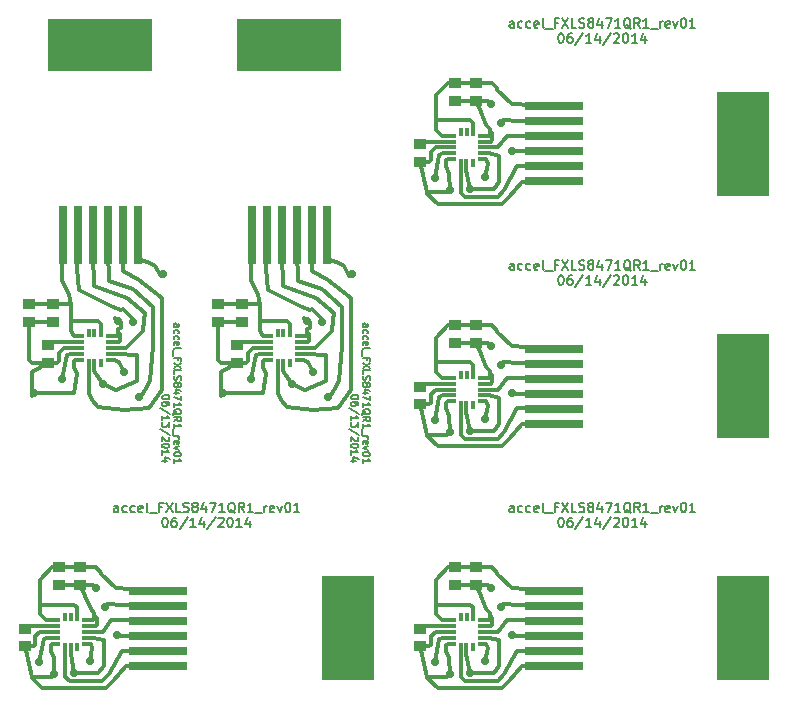
<source format=gtl>
G04 (created by PCBNEW (2013-08-24 BZR 4298)-stable) date Sat 14 Jun 2014 03:32:00 PM PDT*
%MOIN*%
G04 Gerber Fmt 3.4, Leading zero omitted, Abs format*
%FSLAX34Y34*%
G01*
G70*
G90*
G04 APERTURE LIST*
%ADD10C,0.005906*%
%ADD11R,0.031496X0.011811*%
%ADD12R,0.011811X0.031496*%
%ADD13R,0.029921X0.196850*%
%ADD14R,0.346457X0.177165*%
%ADD15R,0.039400X0.035400*%
%ADD16R,0.196850X0.029921*%
%ADD17R,0.177165X0.346457*%
%ADD18C,0.027559*%
%ADD19C,0.011811*%
G04 APERTURE END LIST*
G54D10*
X33948Y-24088D02*
X34071Y-24088D01*
X34094Y-24077D01*
X34105Y-24055D01*
X34105Y-24010D01*
X34094Y-23987D01*
X33959Y-24088D02*
X33948Y-24066D01*
X33948Y-24010D01*
X33959Y-23987D01*
X33982Y-23976D01*
X34004Y-23976D01*
X34026Y-23987D01*
X34038Y-24010D01*
X34038Y-24066D01*
X34049Y-24088D01*
X33959Y-24302D02*
X33948Y-24280D01*
X33948Y-24235D01*
X33959Y-24212D01*
X33970Y-24201D01*
X33993Y-24190D01*
X34060Y-24190D01*
X34083Y-24201D01*
X34094Y-24212D01*
X34105Y-24235D01*
X34105Y-24280D01*
X34094Y-24302D01*
X33959Y-24505D02*
X33948Y-24482D01*
X33948Y-24437D01*
X33959Y-24415D01*
X33970Y-24403D01*
X33993Y-24392D01*
X34060Y-24392D01*
X34083Y-24403D01*
X34094Y-24415D01*
X34105Y-24437D01*
X34105Y-24482D01*
X34094Y-24505D01*
X33959Y-24696D02*
X33948Y-24673D01*
X33948Y-24628D01*
X33959Y-24606D01*
X33982Y-24595D01*
X34071Y-24595D01*
X34094Y-24606D01*
X34105Y-24628D01*
X34105Y-24673D01*
X34094Y-24696D01*
X34071Y-24707D01*
X34049Y-24707D01*
X34026Y-24595D01*
X33948Y-24842D02*
X33959Y-24820D01*
X33982Y-24808D01*
X34184Y-24808D01*
X33925Y-24876D02*
X33925Y-25056D01*
X34071Y-25191D02*
X34071Y-25112D01*
X33948Y-25112D02*
X34184Y-25112D01*
X34184Y-25224D01*
X34184Y-25292D02*
X33948Y-25449D01*
X34184Y-25449D02*
X33948Y-25292D01*
X33948Y-25652D02*
X33948Y-25539D01*
X34184Y-25539D01*
X33959Y-25719D02*
X33948Y-25753D01*
X33948Y-25809D01*
X33959Y-25832D01*
X33970Y-25843D01*
X33993Y-25854D01*
X34015Y-25854D01*
X34038Y-25843D01*
X34049Y-25832D01*
X34060Y-25809D01*
X34071Y-25764D01*
X34083Y-25742D01*
X34094Y-25731D01*
X34116Y-25719D01*
X34139Y-25719D01*
X34161Y-25731D01*
X34173Y-25742D01*
X34184Y-25764D01*
X34184Y-25821D01*
X34173Y-25854D01*
X34083Y-25989D02*
X34094Y-25967D01*
X34105Y-25956D01*
X34128Y-25944D01*
X34139Y-25944D01*
X34161Y-25956D01*
X34173Y-25967D01*
X34184Y-25989D01*
X34184Y-26034D01*
X34173Y-26057D01*
X34161Y-26068D01*
X34139Y-26079D01*
X34128Y-26079D01*
X34105Y-26068D01*
X34094Y-26057D01*
X34083Y-26034D01*
X34083Y-25989D01*
X34071Y-25967D01*
X34060Y-25956D01*
X34038Y-25944D01*
X33993Y-25944D01*
X33970Y-25956D01*
X33959Y-25967D01*
X33948Y-25989D01*
X33948Y-26034D01*
X33959Y-26057D01*
X33970Y-26068D01*
X33993Y-26079D01*
X34038Y-26079D01*
X34060Y-26068D01*
X34071Y-26057D01*
X34083Y-26034D01*
X34105Y-26282D02*
X33948Y-26282D01*
X34195Y-26226D02*
X34026Y-26169D01*
X34026Y-26316D01*
X34184Y-26383D02*
X34184Y-26541D01*
X33948Y-26439D01*
X33948Y-26754D02*
X33948Y-26619D01*
X33948Y-26687D02*
X34184Y-26687D01*
X34150Y-26664D01*
X34128Y-26642D01*
X34116Y-26619D01*
X33925Y-27013D02*
X33937Y-26991D01*
X33959Y-26968D01*
X33993Y-26934D01*
X34004Y-26912D01*
X34004Y-26889D01*
X33948Y-26901D02*
X33959Y-26878D01*
X33982Y-26856D01*
X34026Y-26844D01*
X34105Y-26844D01*
X34150Y-26856D01*
X34173Y-26878D01*
X34184Y-26901D01*
X34184Y-26946D01*
X34173Y-26968D01*
X34150Y-26991D01*
X34105Y-27002D01*
X34026Y-27002D01*
X33982Y-26991D01*
X33959Y-26968D01*
X33948Y-26946D01*
X33948Y-26901D01*
X33948Y-27238D02*
X34060Y-27159D01*
X33948Y-27103D02*
X34184Y-27103D01*
X34184Y-27193D01*
X34173Y-27215D01*
X34161Y-27227D01*
X34139Y-27238D01*
X34105Y-27238D01*
X34083Y-27227D01*
X34071Y-27215D01*
X34060Y-27193D01*
X34060Y-27103D01*
X33948Y-27463D02*
X33948Y-27328D01*
X33948Y-27395D02*
X34184Y-27395D01*
X34150Y-27373D01*
X34128Y-27350D01*
X34116Y-27328D01*
X33925Y-27508D02*
X33925Y-27688D01*
X33948Y-27744D02*
X34105Y-27744D01*
X34060Y-27744D02*
X34083Y-27755D01*
X34094Y-27767D01*
X34105Y-27789D01*
X34105Y-27812D01*
X33959Y-27980D02*
X33948Y-27958D01*
X33948Y-27913D01*
X33959Y-27890D01*
X33982Y-27879D01*
X34071Y-27879D01*
X34094Y-27890D01*
X34105Y-27913D01*
X34105Y-27958D01*
X34094Y-27980D01*
X34071Y-27992D01*
X34049Y-27992D01*
X34026Y-27879D01*
X34105Y-28070D02*
X33948Y-28127D01*
X34105Y-28183D01*
X34184Y-28318D02*
X34184Y-28340D01*
X34173Y-28363D01*
X34161Y-28374D01*
X34139Y-28385D01*
X34094Y-28397D01*
X34038Y-28397D01*
X33993Y-28385D01*
X33970Y-28374D01*
X33959Y-28363D01*
X33948Y-28340D01*
X33948Y-28318D01*
X33959Y-28295D01*
X33970Y-28284D01*
X33993Y-28273D01*
X34038Y-28262D01*
X34094Y-28262D01*
X34139Y-28273D01*
X34161Y-28284D01*
X34173Y-28295D01*
X34184Y-28318D01*
X33948Y-28622D02*
X33948Y-28487D01*
X33948Y-28554D02*
X34184Y-28554D01*
X34150Y-28532D01*
X34128Y-28509D01*
X34116Y-28487D01*
X33794Y-26422D02*
X33794Y-26445D01*
X33783Y-26467D01*
X33772Y-26479D01*
X33749Y-26490D01*
X33704Y-26501D01*
X33648Y-26501D01*
X33603Y-26490D01*
X33580Y-26479D01*
X33569Y-26467D01*
X33558Y-26445D01*
X33558Y-26422D01*
X33569Y-26400D01*
X33580Y-26389D01*
X33603Y-26377D01*
X33648Y-26366D01*
X33704Y-26366D01*
X33749Y-26377D01*
X33772Y-26389D01*
X33783Y-26400D01*
X33794Y-26422D01*
X33794Y-26704D02*
X33794Y-26659D01*
X33783Y-26636D01*
X33772Y-26625D01*
X33738Y-26602D01*
X33693Y-26591D01*
X33603Y-26591D01*
X33580Y-26602D01*
X33569Y-26614D01*
X33558Y-26636D01*
X33558Y-26681D01*
X33569Y-26704D01*
X33580Y-26715D01*
X33603Y-26726D01*
X33659Y-26726D01*
X33682Y-26715D01*
X33693Y-26704D01*
X33704Y-26681D01*
X33704Y-26636D01*
X33693Y-26614D01*
X33682Y-26602D01*
X33659Y-26591D01*
X33805Y-26996D02*
X33502Y-26794D01*
X33558Y-27199D02*
X33558Y-27064D01*
X33558Y-27131D02*
X33794Y-27131D01*
X33760Y-27109D01*
X33738Y-27086D01*
X33727Y-27064D01*
X33794Y-27277D02*
X33794Y-27424D01*
X33704Y-27345D01*
X33704Y-27379D01*
X33693Y-27401D01*
X33682Y-27412D01*
X33659Y-27424D01*
X33603Y-27424D01*
X33580Y-27412D01*
X33569Y-27401D01*
X33558Y-27379D01*
X33558Y-27311D01*
X33569Y-27289D01*
X33580Y-27277D01*
X33805Y-27694D02*
X33502Y-27491D01*
X33772Y-27761D02*
X33783Y-27772D01*
X33794Y-27795D01*
X33794Y-27851D01*
X33783Y-27874D01*
X33772Y-27885D01*
X33749Y-27896D01*
X33727Y-27896D01*
X33693Y-27885D01*
X33558Y-27750D01*
X33558Y-27896D01*
X33794Y-28042D02*
X33794Y-28065D01*
X33783Y-28087D01*
X33772Y-28098D01*
X33749Y-28110D01*
X33704Y-28121D01*
X33648Y-28121D01*
X33603Y-28110D01*
X33580Y-28098D01*
X33569Y-28087D01*
X33558Y-28065D01*
X33558Y-28042D01*
X33569Y-28020D01*
X33580Y-28008D01*
X33603Y-27997D01*
X33648Y-27986D01*
X33704Y-27986D01*
X33749Y-27997D01*
X33772Y-28008D01*
X33783Y-28020D01*
X33794Y-28042D01*
X33558Y-28346D02*
X33558Y-28211D01*
X33558Y-28278D02*
X33794Y-28278D01*
X33760Y-28256D01*
X33738Y-28233D01*
X33727Y-28211D01*
X33715Y-28548D02*
X33558Y-28548D01*
X33805Y-28492D02*
X33637Y-28436D01*
X33637Y-28582D01*
X27649Y-24088D02*
X27772Y-24088D01*
X27795Y-24077D01*
X27806Y-24055D01*
X27806Y-24010D01*
X27795Y-23987D01*
X27660Y-24088D02*
X27649Y-24066D01*
X27649Y-24010D01*
X27660Y-23987D01*
X27682Y-23976D01*
X27705Y-23976D01*
X27727Y-23987D01*
X27739Y-24010D01*
X27739Y-24066D01*
X27750Y-24088D01*
X27660Y-24302D02*
X27649Y-24280D01*
X27649Y-24235D01*
X27660Y-24212D01*
X27671Y-24201D01*
X27694Y-24190D01*
X27761Y-24190D01*
X27784Y-24201D01*
X27795Y-24212D01*
X27806Y-24235D01*
X27806Y-24280D01*
X27795Y-24302D01*
X27660Y-24505D02*
X27649Y-24482D01*
X27649Y-24437D01*
X27660Y-24415D01*
X27671Y-24403D01*
X27694Y-24392D01*
X27761Y-24392D01*
X27784Y-24403D01*
X27795Y-24415D01*
X27806Y-24437D01*
X27806Y-24482D01*
X27795Y-24505D01*
X27660Y-24696D02*
X27649Y-24673D01*
X27649Y-24628D01*
X27660Y-24606D01*
X27682Y-24595D01*
X27772Y-24595D01*
X27795Y-24606D01*
X27806Y-24628D01*
X27806Y-24673D01*
X27795Y-24696D01*
X27772Y-24707D01*
X27750Y-24707D01*
X27727Y-24595D01*
X27649Y-24842D02*
X27660Y-24820D01*
X27682Y-24808D01*
X27885Y-24808D01*
X27626Y-24876D02*
X27626Y-25056D01*
X27772Y-25191D02*
X27772Y-25112D01*
X27649Y-25112D02*
X27885Y-25112D01*
X27885Y-25224D01*
X27885Y-25292D02*
X27649Y-25449D01*
X27885Y-25449D02*
X27649Y-25292D01*
X27649Y-25652D02*
X27649Y-25539D01*
X27885Y-25539D01*
X27660Y-25719D02*
X27649Y-25753D01*
X27649Y-25809D01*
X27660Y-25832D01*
X27671Y-25843D01*
X27694Y-25854D01*
X27716Y-25854D01*
X27739Y-25843D01*
X27750Y-25832D01*
X27761Y-25809D01*
X27772Y-25764D01*
X27784Y-25742D01*
X27795Y-25731D01*
X27817Y-25719D01*
X27840Y-25719D01*
X27862Y-25731D01*
X27874Y-25742D01*
X27885Y-25764D01*
X27885Y-25821D01*
X27874Y-25854D01*
X27784Y-25989D02*
X27795Y-25967D01*
X27806Y-25956D01*
X27829Y-25944D01*
X27840Y-25944D01*
X27862Y-25956D01*
X27874Y-25967D01*
X27885Y-25989D01*
X27885Y-26034D01*
X27874Y-26057D01*
X27862Y-26068D01*
X27840Y-26079D01*
X27829Y-26079D01*
X27806Y-26068D01*
X27795Y-26057D01*
X27784Y-26034D01*
X27784Y-25989D01*
X27772Y-25967D01*
X27761Y-25956D01*
X27739Y-25944D01*
X27694Y-25944D01*
X27671Y-25956D01*
X27660Y-25967D01*
X27649Y-25989D01*
X27649Y-26034D01*
X27660Y-26057D01*
X27671Y-26068D01*
X27694Y-26079D01*
X27739Y-26079D01*
X27761Y-26068D01*
X27772Y-26057D01*
X27784Y-26034D01*
X27806Y-26282D02*
X27649Y-26282D01*
X27896Y-26226D02*
X27727Y-26169D01*
X27727Y-26316D01*
X27885Y-26383D02*
X27885Y-26541D01*
X27649Y-26439D01*
X27649Y-26754D02*
X27649Y-26619D01*
X27649Y-26687D02*
X27885Y-26687D01*
X27851Y-26664D01*
X27829Y-26642D01*
X27817Y-26619D01*
X27626Y-27013D02*
X27637Y-26991D01*
X27660Y-26968D01*
X27694Y-26934D01*
X27705Y-26912D01*
X27705Y-26889D01*
X27649Y-26901D02*
X27660Y-26878D01*
X27682Y-26856D01*
X27727Y-26844D01*
X27806Y-26844D01*
X27851Y-26856D01*
X27874Y-26878D01*
X27885Y-26901D01*
X27885Y-26946D01*
X27874Y-26968D01*
X27851Y-26991D01*
X27806Y-27002D01*
X27727Y-27002D01*
X27682Y-26991D01*
X27660Y-26968D01*
X27649Y-26946D01*
X27649Y-26901D01*
X27649Y-27238D02*
X27761Y-27159D01*
X27649Y-27103D02*
X27885Y-27103D01*
X27885Y-27193D01*
X27874Y-27215D01*
X27862Y-27227D01*
X27840Y-27238D01*
X27806Y-27238D01*
X27784Y-27227D01*
X27772Y-27215D01*
X27761Y-27193D01*
X27761Y-27103D01*
X27649Y-27463D02*
X27649Y-27328D01*
X27649Y-27395D02*
X27885Y-27395D01*
X27851Y-27373D01*
X27829Y-27350D01*
X27817Y-27328D01*
X27626Y-27508D02*
X27626Y-27688D01*
X27649Y-27744D02*
X27806Y-27744D01*
X27761Y-27744D02*
X27784Y-27755D01*
X27795Y-27767D01*
X27806Y-27789D01*
X27806Y-27812D01*
X27660Y-27980D02*
X27649Y-27958D01*
X27649Y-27913D01*
X27660Y-27890D01*
X27682Y-27879D01*
X27772Y-27879D01*
X27795Y-27890D01*
X27806Y-27913D01*
X27806Y-27958D01*
X27795Y-27980D01*
X27772Y-27992D01*
X27750Y-27992D01*
X27727Y-27879D01*
X27806Y-28070D02*
X27649Y-28127D01*
X27806Y-28183D01*
X27885Y-28318D02*
X27885Y-28340D01*
X27874Y-28363D01*
X27862Y-28374D01*
X27840Y-28385D01*
X27795Y-28397D01*
X27739Y-28397D01*
X27694Y-28385D01*
X27671Y-28374D01*
X27660Y-28363D01*
X27649Y-28340D01*
X27649Y-28318D01*
X27660Y-28295D01*
X27671Y-28284D01*
X27694Y-28273D01*
X27739Y-28262D01*
X27795Y-28262D01*
X27840Y-28273D01*
X27862Y-28284D01*
X27874Y-28295D01*
X27885Y-28318D01*
X27649Y-28622D02*
X27649Y-28487D01*
X27649Y-28554D02*
X27885Y-28554D01*
X27851Y-28532D01*
X27829Y-28509D01*
X27817Y-28487D01*
X27495Y-26422D02*
X27495Y-26445D01*
X27484Y-26467D01*
X27473Y-26479D01*
X27450Y-26490D01*
X27405Y-26501D01*
X27349Y-26501D01*
X27304Y-26490D01*
X27281Y-26479D01*
X27270Y-26467D01*
X27259Y-26445D01*
X27259Y-26422D01*
X27270Y-26400D01*
X27281Y-26389D01*
X27304Y-26377D01*
X27349Y-26366D01*
X27405Y-26366D01*
X27450Y-26377D01*
X27473Y-26389D01*
X27484Y-26400D01*
X27495Y-26422D01*
X27495Y-26704D02*
X27495Y-26659D01*
X27484Y-26636D01*
X27473Y-26625D01*
X27439Y-26602D01*
X27394Y-26591D01*
X27304Y-26591D01*
X27281Y-26602D01*
X27270Y-26614D01*
X27259Y-26636D01*
X27259Y-26681D01*
X27270Y-26704D01*
X27281Y-26715D01*
X27304Y-26726D01*
X27360Y-26726D01*
X27383Y-26715D01*
X27394Y-26704D01*
X27405Y-26681D01*
X27405Y-26636D01*
X27394Y-26614D01*
X27383Y-26602D01*
X27360Y-26591D01*
X27506Y-26996D02*
X27203Y-26794D01*
X27259Y-27199D02*
X27259Y-27064D01*
X27259Y-27131D02*
X27495Y-27131D01*
X27461Y-27109D01*
X27439Y-27086D01*
X27428Y-27064D01*
X27495Y-27277D02*
X27495Y-27424D01*
X27405Y-27345D01*
X27405Y-27379D01*
X27394Y-27401D01*
X27383Y-27412D01*
X27360Y-27424D01*
X27304Y-27424D01*
X27281Y-27412D01*
X27270Y-27401D01*
X27259Y-27379D01*
X27259Y-27311D01*
X27270Y-27289D01*
X27281Y-27277D01*
X27506Y-27694D02*
X27203Y-27491D01*
X27473Y-27761D02*
X27484Y-27772D01*
X27495Y-27795D01*
X27495Y-27851D01*
X27484Y-27874D01*
X27473Y-27885D01*
X27450Y-27896D01*
X27428Y-27896D01*
X27394Y-27885D01*
X27259Y-27750D01*
X27259Y-27896D01*
X27495Y-28042D02*
X27495Y-28065D01*
X27484Y-28087D01*
X27473Y-28098D01*
X27450Y-28110D01*
X27405Y-28121D01*
X27349Y-28121D01*
X27304Y-28110D01*
X27281Y-28098D01*
X27270Y-28087D01*
X27259Y-28065D01*
X27259Y-28042D01*
X27270Y-28020D01*
X27281Y-28008D01*
X27304Y-27997D01*
X27349Y-27986D01*
X27405Y-27986D01*
X27450Y-27997D01*
X27473Y-28008D01*
X27484Y-28020D01*
X27495Y-28042D01*
X27259Y-28346D02*
X27259Y-28211D01*
X27259Y-28278D02*
X27495Y-28278D01*
X27461Y-28256D01*
X27439Y-28233D01*
X27428Y-28211D01*
X27416Y-28548D02*
X27259Y-28548D01*
X27506Y-28492D02*
X27338Y-28436D01*
X27338Y-28582D01*
X25793Y-30260D02*
X25793Y-30095D01*
X25778Y-30065D01*
X25748Y-30050D01*
X25688Y-30050D01*
X25658Y-30065D01*
X25793Y-30245D02*
X25763Y-30260D01*
X25688Y-30260D01*
X25658Y-30245D01*
X25643Y-30215D01*
X25643Y-30185D01*
X25658Y-30155D01*
X25688Y-30140D01*
X25763Y-30140D01*
X25793Y-30125D01*
X26077Y-30245D02*
X26047Y-30260D01*
X25988Y-30260D01*
X25958Y-30245D01*
X25943Y-30230D01*
X25928Y-30200D01*
X25928Y-30110D01*
X25943Y-30080D01*
X25958Y-30065D01*
X25988Y-30050D01*
X26047Y-30050D01*
X26077Y-30065D01*
X26347Y-30245D02*
X26317Y-30260D01*
X26257Y-30260D01*
X26227Y-30245D01*
X26212Y-30230D01*
X26197Y-30200D01*
X26197Y-30110D01*
X26212Y-30080D01*
X26227Y-30065D01*
X26257Y-30050D01*
X26317Y-30050D01*
X26347Y-30065D01*
X26602Y-30245D02*
X26572Y-30260D01*
X26512Y-30260D01*
X26482Y-30245D01*
X26467Y-30215D01*
X26467Y-30095D01*
X26482Y-30065D01*
X26512Y-30050D01*
X26572Y-30050D01*
X26602Y-30065D01*
X26617Y-30095D01*
X26617Y-30125D01*
X26467Y-30155D01*
X26797Y-30260D02*
X26767Y-30245D01*
X26752Y-30215D01*
X26752Y-29945D01*
X26842Y-30290D02*
X27082Y-30290D01*
X27262Y-30095D02*
X27157Y-30095D01*
X27157Y-30260D02*
X27157Y-29945D01*
X27307Y-29945D01*
X27397Y-29945D02*
X27607Y-30260D01*
X27607Y-29945D02*
X27397Y-30260D01*
X27877Y-30260D02*
X27727Y-30260D01*
X27727Y-29945D01*
X27967Y-30245D02*
X28012Y-30260D01*
X28087Y-30260D01*
X28117Y-30245D01*
X28132Y-30230D01*
X28147Y-30200D01*
X28147Y-30170D01*
X28132Y-30140D01*
X28117Y-30125D01*
X28087Y-30110D01*
X28027Y-30095D01*
X27997Y-30080D01*
X27982Y-30065D01*
X27967Y-30035D01*
X27967Y-30005D01*
X27982Y-29975D01*
X27997Y-29960D01*
X28027Y-29945D01*
X28102Y-29945D01*
X28147Y-29960D01*
X28327Y-30080D02*
X28297Y-30065D01*
X28282Y-30050D01*
X28267Y-30020D01*
X28267Y-30005D01*
X28282Y-29975D01*
X28297Y-29960D01*
X28327Y-29945D01*
X28387Y-29945D01*
X28417Y-29960D01*
X28432Y-29975D01*
X28447Y-30005D01*
X28447Y-30020D01*
X28432Y-30050D01*
X28417Y-30065D01*
X28387Y-30080D01*
X28327Y-30080D01*
X28297Y-30095D01*
X28282Y-30110D01*
X28267Y-30140D01*
X28267Y-30200D01*
X28282Y-30230D01*
X28297Y-30245D01*
X28327Y-30260D01*
X28387Y-30260D01*
X28417Y-30245D01*
X28432Y-30230D01*
X28447Y-30200D01*
X28447Y-30140D01*
X28432Y-30110D01*
X28417Y-30095D01*
X28387Y-30080D01*
X28717Y-30050D02*
X28717Y-30260D01*
X28642Y-29930D02*
X28567Y-30155D01*
X28762Y-30155D01*
X28852Y-29945D02*
X29062Y-29945D01*
X28927Y-30260D01*
X29347Y-30260D02*
X29167Y-30260D01*
X29257Y-30260D02*
X29257Y-29945D01*
X29227Y-29990D01*
X29197Y-30020D01*
X29167Y-30035D01*
X29692Y-30290D02*
X29662Y-30275D01*
X29632Y-30245D01*
X29587Y-30200D01*
X29557Y-30185D01*
X29527Y-30185D01*
X29542Y-30260D02*
X29512Y-30245D01*
X29482Y-30215D01*
X29467Y-30155D01*
X29467Y-30050D01*
X29482Y-29990D01*
X29512Y-29960D01*
X29542Y-29945D01*
X29602Y-29945D01*
X29632Y-29960D01*
X29662Y-29990D01*
X29677Y-30050D01*
X29677Y-30155D01*
X29662Y-30215D01*
X29632Y-30245D01*
X29602Y-30260D01*
X29542Y-30260D01*
X29992Y-30260D02*
X29887Y-30110D01*
X29812Y-30260D02*
X29812Y-29945D01*
X29932Y-29945D01*
X29962Y-29960D01*
X29977Y-29975D01*
X29992Y-30005D01*
X29992Y-30050D01*
X29977Y-30080D01*
X29962Y-30095D01*
X29932Y-30110D01*
X29812Y-30110D01*
X30292Y-30260D02*
X30112Y-30260D01*
X30202Y-30260D02*
X30202Y-29945D01*
X30172Y-29990D01*
X30142Y-30020D01*
X30112Y-30035D01*
X30352Y-30290D02*
X30592Y-30290D01*
X30667Y-30260D02*
X30667Y-30050D01*
X30667Y-30110D02*
X30682Y-30080D01*
X30697Y-30065D01*
X30727Y-30050D01*
X30757Y-30050D01*
X30982Y-30245D02*
X30952Y-30260D01*
X30892Y-30260D01*
X30862Y-30245D01*
X30847Y-30215D01*
X30847Y-30095D01*
X30862Y-30065D01*
X30892Y-30050D01*
X30952Y-30050D01*
X30982Y-30065D01*
X30997Y-30095D01*
X30997Y-30125D01*
X30847Y-30155D01*
X31102Y-30050D02*
X31177Y-30260D01*
X31252Y-30050D01*
X31432Y-29945D02*
X31462Y-29945D01*
X31492Y-29960D01*
X31507Y-29975D01*
X31522Y-30005D01*
X31537Y-30065D01*
X31537Y-30140D01*
X31522Y-30200D01*
X31507Y-30230D01*
X31492Y-30245D01*
X31462Y-30260D01*
X31432Y-30260D01*
X31402Y-30245D01*
X31387Y-30230D01*
X31372Y-30200D01*
X31357Y-30140D01*
X31357Y-30065D01*
X31372Y-30005D01*
X31387Y-29975D01*
X31402Y-29960D01*
X31432Y-29945D01*
X31837Y-30260D02*
X31657Y-30260D01*
X31747Y-30260D02*
X31747Y-29945D01*
X31717Y-29990D01*
X31687Y-30020D01*
X31657Y-30035D01*
X27345Y-30445D02*
X27375Y-30445D01*
X27405Y-30460D01*
X27420Y-30475D01*
X27435Y-30505D01*
X27450Y-30565D01*
X27450Y-30640D01*
X27435Y-30700D01*
X27420Y-30730D01*
X27405Y-30745D01*
X27375Y-30760D01*
X27345Y-30760D01*
X27315Y-30745D01*
X27300Y-30730D01*
X27285Y-30700D01*
X27270Y-30640D01*
X27270Y-30565D01*
X27285Y-30505D01*
X27300Y-30475D01*
X27315Y-30460D01*
X27345Y-30445D01*
X27720Y-30445D02*
X27660Y-30445D01*
X27630Y-30460D01*
X27615Y-30475D01*
X27585Y-30520D01*
X27570Y-30580D01*
X27570Y-30700D01*
X27585Y-30730D01*
X27600Y-30745D01*
X27630Y-30760D01*
X27690Y-30760D01*
X27720Y-30745D01*
X27735Y-30730D01*
X27750Y-30700D01*
X27750Y-30625D01*
X27735Y-30595D01*
X27720Y-30580D01*
X27690Y-30565D01*
X27630Y-30565D01*
X27600Y-30580D01*
X27585Y-30595D01*
X27570Y-30625D01*
X28110Y-30430D02*
X27840Y-30835D01*
X28380Y-30760D02*
X28200Y-30760D01*
X28290Y-30760D02*
X28290Y-30445D01*
X28260Y-30490D01*
X28230Y-30520D01*
X28200Y-30535D01*
X28650Y-30550D02*
X28650Y-30760D01*
X28575Y-30430D02*
X28500Y-30655D01*
X28695Y-30655D01*
X29040Y-30430D02*
X28770Y-30835D01*
X29130Y-30475D02*
X29145Y-30460D01*
X29175Y-30445D01*
X29250Y-30445D01*
X29280Y-30460D01*
X29295Y-30475D01*
X29310Y-30505D01*
X29310Y-30535D01*
X29295Y-30580D01*
X29115Y-30760D01*
X29310Y-30760D01*
X29505Y-30445D02*
X29535Y-30445D01*
X29565Y-30460D01*
X29580Y-30475D01*
X29595Y-30505D01*
X29610Y-30565D01*
X29610Y-30640D01*
X29595Y-30700D01*
X29580Y-30730D01*
X29565Y-30745D01*
X29535Y-30760D01*
X29505Y-30760D01*
X29475Y-30745D01*
X29460Y-30730D01*
X29445Y-30700D01*
X29430Y-30640D01*
X29430Y-30565D01*
X29445Y-30505D01*
X29460Y-30475D01*
X29475Y-30460D01*
X29505Y-30445D01*
X29910Y-30760D02*
X29730Y-30760D01*
X29820Y-30760D02*
X29820Y-30445D01*
X29790Y-30490D01*
X29760Y-30520D01*
X29730Y-30535D01*
X30179Y-30550D02*
X30179Y-30760D01*
X30104Y-30430D02*
X30029Y-30655D01*
X30224Y-30655D01*
X38982Y-30260D02*
X38982Y-30095D01*
X38967Y-30065D01*
X38937Y-30050D01*
X38877Y-30050D01*
X38847Y-30065D01*
X38982Y-30245D02*
X38952Y-30260D01*
X38877Y-30260D01*
X38847Y-30245D01*
X38832Y-30215D01*
X38832Y-30185D01*
X38847Y-30155D01*
X38877Y-30140D01*
X38952Y-30140D01*
X38982Y-30125D01*
X39266Y-30245D02*
X39236Y-30260D01*
X39176Y-30260D01*
X39146Y-30245D01*
X39131Y-30230D01*
X39116Y-30200D01*
X39116Y-30110D01*
X39131Y-30080D01*
X39146Y-30065D01*
X39176Y-30050D01*
X39236Y-30050D01*
X39266Y-30065D01*
X39536Y-30245D02*
X39506Y-30260D01*
X39446Y-30260D01*
X39416Y-30245D01*
X39401Y-30230D01*
X39386Y-30200D01*
X39386Y-30110D01*
X39401Y-30080D01*
X39416Y-30065D01*
X39446Y-30050D01*
X39506Y-30050D01*
X39536Y-30065D01*
X39791Y-30245D02*
X39761Y-30260D01*
X39701Y-30260D01*
X39671Y-30245D01*
X39656Y-30215D01*
X39656Y-30095D01*
X39671Y-30065D01*
X39701Y-30050D01*
X39761Y-30050D01*
X39791Y-30065D01*
X39806Y-30095D01*
X39806Y-30125D01*
X39656Y-30155D01*
X39986Y-30260D02*
X39956Y-30245D01*
X39941Y-30215D01*
X39941Y-29945D01*
X40031Y-30290D02*
X40271Y-30290D01*
X40451Y-30095D02*
X40346Y-30095D01*
X40346Y-30260D02*
X40346Y-29945D01*
X40496Y-29945D01*
X40586Y-29945D02*
X40796Y-30260D01*
X40796Y-29945D02*
X40586Y-30260D01*
X41066Y-30260D02*
X40916Y-30260D01*
X40916Y-29945D01*
X41156Y-30245D02*
X41201Y-30260D01*
X41276Y-30260D01*
X41306Y-30245D01*
X41321Y-30230D01*
X41336Y-30200D01*
X41336Y-30170D01*
X41321Y-30140D01*
X41306Y-30125D01*
X41276Y-30110D01*
X41216Y-30095D01*
X41186Y-30080D01*
X41171Y-30065D01*
X41156Y-30035D01*
X41156Y-30005D01*
X41171Y-29975D01*
X41186Y-29960D01*
X41216Y-29945D01*
X41291Y-29945D01*
X41336Y-29960D01*
X41516Y-30080D02*
X41486Y-30065D01*
X41471Y-30050D01*
X41456Y-30020D01*
X41456Y-30005D01*
X41471Y-29975D01*
X41486Y-29960D01*
X41516Y-29945D01*
X41576Y-29945D01*
X41606Y-29960D01*
X41621Y-29975D01*
X41636Y-30005D01*
X41636Y-30020D01*
X41621Y-30050D01*
X41606Y-30065D01*
X41576Y-30080D01*
X41516Y-30080D01*
X41486Y-30095D01*
X41471Y-30110D01*
X41456Y-30140D01*
X41456Y-30200D01*
X41471Y-30230D01*
X41486Y-30245D01*
X41516Y-30260D01*
X41576Y-30260D01*
X41606Y-30245D01*
X41621Y-30230D01*
X41636Y-30200D01*
X41636Y-30140D01*
X41621Y-30110D01*
X41606Y-30095D01*
X41576Y-30080D01*
X41906Y-30050D02*
X41906Y-30260D01*
X41831Y-29930D02*
X41756Y-30155D01*
X41951Y-30155D01*
X42041Y-29945D02*
X42251Y-29945D01*
X42116Y-30260D01*
X42536Y-30260D02*
X42356Y-30260D01*
X42446Y-30260D02*
X42446Y-29945D01*
X42416Y-29990D01*
X42386Y-30020D01*
X42356Y-30035D01*
X42881Y-30290D02*
X42851Y-30275D01*
X42821Y-30245D01*
X42776Y-30200D01*
X42746Y-30185D01*
X42716Y-30185D01*
X42731Y-30260D02*
X42701Y-30245D01*
X42671Y-30215D01*
X42656Y-30155D01*
X42656Y-30050D01*
X42671Y-29990D01*
X42701Y-29960D01*
X42731Y-29945D01*
X42791Y-29945D01*
X42821Y-29960D01*
X42851Y-29990D01*
X42866Y-30050D01*
X42866Y-30155D01*
X42851Y-30215D01*
X42821Y-30245D01*
X42791Y-30260D01*
X42731Y-30260D01*
X43181Y-30260D02*
X43076Y-30110D01*
X43001Y-30260D02*
X43001Y-29945D01*
X43121Y-29945D01*
X43151Y-29960D01*
X43166Y-29975D01*
X43181Y-30005D01*
X43181Y-30050D01*
X43166Y-30080D01*
X43151Y-30095D01*
X43121Y-30110D01*
X43001Y-30110D01*
X43481Y-30260D02*
X43301Y-30260D01*
X43391Y-30260D02*
X43391Y-29945D01*
X43361Y-29990D01*
X43331Y-30020D01*
X43301Y-30035D01*
X43541Y-30290D02*
X43781Y-30290D01*
X43856Y-30260D02*
X43856Y-30050D01*
X43856Y-30110D02*
X43871Y-30080D01*
X43886Y-30065D01*
X43916Y-30050D01*
X43946Y-30050D01*
X44171Y-30245D02*
X44141Y-30260D01*
X44081Y-30260D01*
X44051Y-30245D01*
X44036Y-30215D01*
X44036Y-30095D01*
X44051Y-30065D01*
X44081Y-30050D01*
X44141Y-30050D01*
X44171Y-30065D01*
X44186Y-30095D01*
X44186Y-30125D01*
X44036Y-30155D01*
X44291Y-30050D02*
X44366Y-30260D01*
X44441Y-30050D01*
X44621Y-29945D02*
X44651Y-29945D01*
X44681Y-29960D01*
X44696Y-29975D01*
X44711Y-30005D01*
X44726Y-30065D01*
X44726Y-30140D01*
X44711Y-30200D01*
X44696Y-30230D01*
X44681Y-30245D01*
X44651Y-30260D01*
X44621Y-30260D01*
X44591Y-30245D01*
X44576Y-30230D01*
X44561Y-30200D01*
X44546Y-30140D01*
X44546Y-30065D01*
X44561Y-30005D01*
X44576Y-29975D01*
X44591Y-29960D01*
X44621Y-29945D01*
X45026Y-30260D02*
X44846Y-30260D01*
X44936Y-30260D02*
X44936Y-29945D01*
X44906Y-29990D01*
X44876Y-30020D01*
X44846Y-30035D01*
X40534Y-30445D02*
X40564Y-30445D01*
X40594Y-30460D01*
X40609Y-30475D01*
X40624Y-30505D01*
X40639Y-30565D01*
X40639Y-30640D01*
X40624Y-30700D01*
X40609Y-30730D01*
X40594Y-30745D01*
X40564Y-30760D01*
X40534Y-30760D01*
X40504Y-30745D01*
X40489Y-30730D01*
X40474Y-30700D01*
X40459Y-30640D01*
X40459Y-30565D01*
X40474Y-30505D01*
X40489Y-30475D01*
X40504Y-30460D01*
X40534Y-30445D01*
X40909Y-30445D02*
X40849Y-30445D01*
X40819Y-30460D01*
X40804Y-30475D01*
X40774Y-30520D01*
X40759Y-30580D01*
X40759Y-30700D01*
X40774Y-30730D01*
X40789Y-30745D01*
X40819Y-30760D01*
X40879Y-30760D01*
X40909Y-30745D01*
X40924Y-30730D01*
X40939Y-30700D01*
X40939Y-30625D01*
X40924Y-30595D01*
X40909Y-30580D01*
X40879Y-30565D01*
X40819Y-30565D01*
X40789Y-30580D01*
X40774Y-30595D01*
X40759Y-30625D01*
X41299Y-30430D02*
X41029Y-30835D01*
X41569Y-30760D02*
X41389Y-30760D01*
X41479Y-30760D02*
X41479Y-30445D01*
X41449Y-30490D01*
X41419Y-30520D01*
X41389Y-30535D01*
X41839Y-30550D02*
X41839Y-30760D01*
X41764Y-30430D02*
X41689Y-30655D01*
X41884Y-30655D01*
X42229Y-30430D02*
X41959Y-30835D01*
X42319Y-30475D02*
X42334Y-30460D01*
X42364Y-30445D01*
X42439Y-30445D01*
X42469Y-30460D01*
X42484Y-30475D01*
X42499Y-30505D01*
X42499Y-30535D01*
X42484Y-30580D01*
X42304Y-30760D01*
X42499Y-30760D01*
X42694Y-30445D02*
X42724Y-30445D01*
X42754Y-30460D01*
X42769Y-30475D01*
X42784Y-30505D01*
X42799Y-30565D01*
X42799Y-30640D01*
X42784Y-30700D01*
X42769Y-30730D01*
X42754Y-30745D01*
X42724Y-30760D01*
X42694Y-30760D01*
X42664Y-30745D01*
X42649Y-30730D01*
X42634Y-30700D01*
X42619Y-30640D01*
X42619Y-30565D01*
X42634Y-30505D01*
X42649Y-30475D01*
X42664Y-30460D01*
X42694Y-30445D01*
X43098Y-30760D02*
X42919Y-30760D01*
X43008Y-30760D02*
X43008Y-30445D01*
X42979Y-30490D01*
X42949Y-30520D01*
X42919Y-30535D01*
X43368Y-30550D02*
X43368Y-30760D01*
X43293Y-30430D02*
X43218Y-30655D01*
X43413Y-30655D01*
X38982Y-22189D02*
X38982Y-22024D01*
X38967Y-21994D01*
X38937Y-21979D01*
X38877Y-21979D01*
X38847Y-21994D01*
X38982Y-22174D02*
X38952Y-22189D01*
X38877Y-22189D01*
X38847Y-22174D01*
X38832Y-22144D01*
X38832Y-22114D01*
X38847Y-22084D01*
X38877Y-22069D01*
X38952Y-22069D01*
X38982Y-22054D01*
X39266Y-22174D02*
X39236Y-22189D01*
X39176Y-22189D01*
X39146Y-22174D01*
X39131Y-22159D01*
X39116Y-22129D01*
X39116Y-22039D01*
X39131Y-22009D01*
X39146Y-21994D01*
X39176Y-21979D01*
X39236Y-21979D01*
X39266Y-21994D01*
X39536Y-22174D02*
X39506Y-22189D01*
X39446Y-22189D01*
X39416Y-22174D01*
X39401Y-22159D01*
X39386Y-22129D01*
X39386Y-22039D01*
X39401Y-22009D01*
X39416Y-21994D01*
X39446Y-21979D01*
X39506Y-21979D01*
X39536Y-21994D01*
X39791Y-22174D02*
X39761Y-22189D01*
X39701Y-22189D01*
X39671Y-22174D01*
X39656Y-22144D01*
X39656Y-22024D01*
X39671Y-21994D01*
X39701Y-21979D01*
X39761Y-21979D01*
X39791Y-21994D01*
X39806Y-22024D01*
X39806Y-22054D01*
X39656Y-22084D01*
X39986Y-22189D02*
X39956Y-22174D01*
X39941Y-22144D01*
X39941Y-21874D01*
X40031Y-22219D02*
X40271Y-22219D01*
X40451Y-22024D02*
X40346Y-22024D01*
X40346Y-22189D02*
X40346Y-21874D01*
X40496Y-21874D01*
X40586Y-21874D02*
X40796Y-22189D01*
X40796Y-21874D02*
X40586Y-22189D01*
X41066Y-22189D02*
X40916Y-22189D01*
X40916Y-21874D01*
X41156Y-22174D02*
X41201Y-22189D01*
X41276Y-22189D01*
X41306Y-22174D01*
X41321Y-22159D01*
X41336Y-22129D01*
X41336Y-22099D01*
X41321Y-22069D01*
X41306Y-22054D01*
X41276Y-22039D01*
X41216Y-22024D01*
X41186Y-22009D01*
X41171Y-21994D01*
X41156Y-21964D01*
X41156Y-21934D01*
X41171Y-21904D01*
X41186Y-21889D01*
X41216Y-21874D01*
X41291Y-21874D01*
X41336Y-21889D01*
X41516Y-22009D02*
X41486Y-21994D01*
X41471Y-21979D01*
X41456Y-21949D01*
X41456Y-21934D01*
X41471Y-21904D01*
X41486Y-21889D01*
X41516Y-21874D01*
X41576Y-21874D01*
X41606Y-21889D01*
X41621Y-21904D01*
X41636Y-21934D01*
X41636Y-21949D01*
X41621Y-21979D01*
X41606Y-21994D01*
X41576Y-22009D01*
X41516Y-22009D01*
X41486Y-22024D01*
X41471Y-22039D01*
X41456Y-22069D01*
X41456Y-22129D01*
X41471Y-22159D01*
X41486Y-22174D01*
X41516Y-22189D01*
X41576Y-22189D01*
X41606Y-22174D01*
X41621Y-22159D01*
X41636Y-22129D01*
X41636Y-22069D01*
X41621Y-22039D01*
X41606Y-22024D01*
X41576Y-22009D01*
X41906Y-21979D02*
X41906Y-22189D01*
X41831Y-21859D02*
X41756Y-22084D01*
X41951Y-22084D01*
X42041Y-21874D02*
X42251Y-21874D01*
X42116Y-22189D01*
X42536Y-22189D02*
X42356Y-22189D01*
X42446Y-22189D02*
X42446Y-21874D01*
X42416Y-21919D01*
X42386Y-21949D01*
X42356Y-21964D01*
X42881Y-22219D02*
X42851Y-22204D01*
X42821Y-22174D01*
X42776Y-22129D01*
X42746Y-22114D01*
X42716Y-22114D01*
X42731Y-22189D02*
X42701Y-22174D01*
X42671Y-22144D01*
X42656Y-22084D01*
X42656Y-21979D01*
X42671Y-21919D01*
X42701Y-21889D01*
X42731Y-21874D01*
X42791Y-21874D01*
X42821Y-21889D01*
X42851Y-21919D01*
X42866Y-21979D01*
X42866Y-22084D01*
X42851Y-22144D01*
X42821Y-22174D01*
X42791Y-22189D01*
X42731Y-22189D01*
X43181Y-22189D02*
X43076Y-22039D01*
X43001Y-22189D02*
X43001Y-21874D01*
X43121Y-21874D01*
X43151Y-21889D01*
X43166Y-21904D01*
X43181Y-21934D01*
X43181Y-21979D01*
X43166Y-22009D01*
X43151Y-22024D01*
X43121Y-22039D01*
X43001Y-22039D01*
X43481Y-22189D02*
X43301Y-22189D01*
X43391Y-22189D02*
X43391Y-21874D01*
X43361Y-21919D01*
X43331Y-21949D01*
X43301Y-21964D01*
X43541Y-22219D02*
X43781Y-22219D01*
X43856Y-22189D02*
X43856Y-21979D01*
X43856Y-22039D02*
X43871Y-22009D01*
X43886Y-21994D01*
X43916Y-21979D01*
X43946Y-21979D01*
X44171Y-22174D02*
X44141Y-22189D01*
X44081Y-22189D01*
X44051Y-22174D01*
X44036Y-22144D01*
X44036Y-22024D01*
X44051Y-21994D01*
X44081Y-21979D01*
X44141Y-21979D01*
X44171Y-21994D01*
X44186Y-22024D01*
X44186Y-22054D01*
X44036Y-22084D01*
X44291Y-21979D02*
X44366Y-22189D01*
X44441Y-21979D01*
X44621Y-21874D02*
X44651Y-21874D01*
X44681Y-21889D01*
X44696Y-21904D01*
X44711Y-21934D01*
X44726Y-21994D01*
X44726Y-22069D01*
X44711Y-22129D01*
X44696Y-22159D01*
X44681Y-22174D01*
X44651Y-22189D01*
X44621Y-22189D01*
X44591Y-22174D01*
X44576Y-22159D01*
X44561Y-22129D01*
X44546Y-22069D01*
X44546Y-21994D01*
X44561Y-21934D01*
X44576Y-21904D01*
X44591Y-21889D01*
X44621Y-21874D01*
X45026Y-22189D02*
X44846Y-22189D01*
X44936Y-22189D02*
X44936Y-21874D01*
X44906Y-21919D01*
X44876Y-21949D01*
X44846Y-21964D01*
X40534Y-22374D02*
X40564Y-22374D01*
X40594Y-22389D01*
X40609Y-22404D01*
X40624Y-22434D01*
X40639Y-22494D01*
X40639Y-22569D01*
X40624Y-22629D01*
X40609Y-22659D01*
X40594Y-22674D01*
X40564Y-22689D01*
X40534Y-22689D01*
X40504Y-22674D01*
X40489Y-22659D01*
X40474Y-22629D01*
X40459Y-22569D01*
X40459Y-22494D01*
X40474Y-22434D01*
X40489Y-22404D01*
X40504Y-22389D01*
X40534Y-22374D01*
X40909Y-22374D02*
X40849Y-22374D01*
X40819Y-22389D01*
X40804Y-22404D01*
X40774Y-22449D01*
X40759Y-22509D01*
X40759Y-22629D01*
X40774Y-22659D01*
X40789Y-22674D01*
X40819Y-22689D01*
X40879Y-22689D01*
X40909Y-22674D01*
X40924Y-22659D01*
X40939Y-22629D01*
X40939Y-22554D01*
X40924Y-22524D01*
X40909Y-22509D01*
X40879Y-22494D01*
X40819Y-22494D01*
X40789Y-22509D01*
X40774Y-22524D01*
X40759Y-22554D01*
X41299Y-22359D02*
X41029Y-22764D01*
X41569Y-22689D02*
X41389Y-22689D01*
X41479Y-22689D02*
X41479Y-22374D01*
X41449Y-22419D01*
X41419Y-22449D01*
X41389Y-22464D01*
X41839Y-22479D02*
X41839Y-22689D01*
X41764Y-22359D02*
X41689Y-22584D01*
X41884Y-22584D01*
X42229Y-22359D02*
X41959Y-22764D01*
X42319Y-22404D02*
X42334Y-22389D01*
X42364Y-22374D01*
X42439Y-22374D01*
X42469Y-22389D01*
X42484Y-22404D01*
X42499Y-22434D01*
X42499Y-22464D01*
X42484Y-22509D01*
X42304Y-22689D01*
X42499Y-22689D01*
X42694Y-22374D02*
X42724Y-22374D01*
X42754Y-22389D01*
X42769Y-22404D01*
X42784Y-22434D01*
X42799Y-22494D01*
X42799Y-22569D01*
X42784Y-22629D01*
X42769Y-22659D01*
X42754Y-22674D01*
X42724Y-22689D01*
X42694Y-22689D01*
X42664Y-22674D01*
X42649Y-22659D01*
X42634Y-22629D01*
X42619Y-22569D01*
X42619Y-22494D01*
X42634Y-22434D01*
X42649Y-22404D01*
X42664Y-22389D01*
X42694Y-22374D01*
X43098Y-22689D02*
X42919Y-22689D01*
X43008Y-22689D02*
X43008Y-22374D01*
X42979Y-22419D01*
X42949Y-22449D01*
X42919Y-22464D01*
X43368Y-22479D02*
X43368Y-22689D01*
X43293Y-22359D02*
X43218Y-22584D01*
X43413Y-22584D01*
X38982Y-14118D02*
X38982Y-13953D01*
X38967Y-13923D01*
X38937Y-13908D01*
X38877Y-13908D01*
X38847Y-13923D01*
X38982Y-14103D02*
X38952Y-14118D01*
X38877Y-14118D01*
X38847Y-14103D01*
X38832Y-14073D01*
X38832Y-14043D01*
X38847Y-14013D01*
X38877Y-13998D01*
X38952Y-13998D01*
X38982Y-13983D01*
X39266Y-14103D02*
X39236Y-14118D01*
X39176Y-14118D01*
X39146Y-14103D01*
X39131Y-14088D01*
X39116Y-14058D01*
X39116Y-13968D01*
X39131Y-13938D01*
X39146Y-13923D01*
X39176Y-13908D01*
X39236Y-13908D01*
X39266Y-13923D01*
X39536Y-14103D02*
X39506Y-14118D01*
X39446Y-14118D01*
X39416Y-14103D01*
X39401Y-14088D01*
X39386Y-14058D01*
X39386Y-13968D01*
X39401Y-13938D01*
X39416Y-13923D01*
X39446Y-13908D01*
X39506Y-13908D01*
X39536Y-13923D01*
X39791Y-14103D02*
X39761Y-14118D01*
X39701Y-14118D01*
X39671Y-14103D01*
X39656Y-14073D01*
X39656Y-13953D01*
X39671Y-13923D01*
X39701Y-13908D01*
X39761Y-13908D01*
X39791Y-13923D01*
X39806Y-13953D01*
X39806Y-13983D01*
X39656Y-14013D01*
X39986Y-14118D02*
X39956Y-14103D01*
X39941Y-14073D01*
X39941Y-13803D01*
X40031Y-14148D02*
X40271Y-14148D01*
X40451Y-13953D02*
X40346Y-13953D01*
X40346Y-14118D02*
X40346Y-13803D01*
X40496Y-13803D01*
X40586Y-13803D02*
X40796Y-14118D01*
X40796Y-13803D02*
X40586Y-14118D01*
X41066Y-14118D02*
X40916Y-14118D01*
X40916Y-13803D01*
X41156Y-14103D02*
X41201Y-14118D01*
X41276Y-14118D01*
X41306Y-14103D01*
X41321Y-14088D01*
X41336Y-14058D01*
X41336Y-14028D01*
X41321Y-13998D01*
X41306Y-13983D01*
X41276Y-13968D01*
X41216Y-13953D01*
X41186Y-13938D01*
X41171Y-13923D01*
X41156Y-13893D01*
X41156Y-13863D01*
X41171Y-13833D01*
X41186Y-13818D01*
X41216Y-13803D01*
X41291Y-13803D01*
X41336Y-13818D01*
X41516Y-13938D02*
X41486Y-13923D01*
X41471Y-13908D01*
X41456Y-13878D01*
X41456Y-13863D01*
X41471Y-13833D01*
X41486Y-13818D01*
X41516Y-13803D01*
X41576Y-13803D01*
X41606Y-13818D01*
X41621Y-13833D01*
X41636Y-13863D01*
X41636Y-13878D01*
X41621Y-13908D01*
X41606Y-13923D01*
X41576Y-13938D01*
X41516Y-13938D01*
X41486Y-13953D01*
X41471Y-13968D01*
X41456Y-13998D01*
X41456Y-14058D01*
X41471Y-14088D01*
X41486Y-14103D01*
X41516Y-14118D01*
X41576Y-14118D01*
X41606Y-14103D01*
X41621Y-14088D01*
X41636Y-14058D01*
X41636Y-13998D01*
X41621Y-13968D01*
X41606Y-13953D01*
X41576Y-13938D01*
X41906Y-13908D02*
X41906Y-14118D01*
X41831Y-13788D02*
X41756Y-14013D01*
X41951Y-14013D01*
X42041Y-13803D02*
X42251Y-13803D01*
X42116Y-14118D01*
X42536Y-14118D02*
X42356Y-14118D01*
X42446Y-14118D02*
X42446Y-13803D01*
X42416Y-13848D01*
X42386Y-13878D01*
X42356Y-13893D01*
X42881Y-14148D02*
X42851Y-14133D01*
X42821Y-14103D01*
X42776Y-14058D01*
X42746Y-14043D01*
X42716Y-14043D01*
X42731Y-14118D02*
X42701Y-14103D01*
X42671Y-14073D01*
X42656Y-14013D01*
X42656Y-13908D01*
X42671Y-13848D01*
X42701Y-13818D01*
X42731Y-13803D01*
X42791Y-13803D01*
X42821Y-13818D01*
X42851Y-13848D01*
X42866Y-13908D01*
X42866Y-14013D01*
X42851Y-14073D01*
X42821Y-14103D01*
X42791Y-14118D01*
X42731Y-14118D01*
X43181Y-14118D02*
X43076Y-13968D01*
X43001Y-14118D02*
X43001Y-13803D01*
X43121Y-13803D01*
X43151Y-13818D01*
X43166Y-13833D01*
X43181Y-13863D01*
X43181Y-13908D01*
X43166Y-13938D01*
X43151Y-13953D01*
X43121Y-13968D01*
X43001Y-13968D01*
X43481Y-14118D02*
X43301Y-14118D01*
X43391Y-14118D02*
X43391Y-13803D01*
X43361Y-13848D01*
X43331Y-13878D01*
X43301Y-13893D01*
X43541Y-14148D02*
X43781Y-14148D01*
X43856Y-14118D02*
X43856Y-13908D01*
X43856Y-13968D02*
X43871Y-13938D01*
X43886Y-13923D01*
X43916Y-13908D01*
X43946Y-13908D01*
X44171Y-14103D02*
X44141Y-14118D01*
X44081Y-14118D01*
X44051Y-14103D01*
X44036Y-14073D01*
X44036Y-13953D01*
X44051Y-13923D01*
X44081Y-13908D01*
X44141Y-13908D01*
X44171Y-13923D01*
X44186Y-13953D01*
X44186Y-13983D01*
X44036Y-14013D01*
X44291Y-13908D02*
X44366Y-14118D01*
X44441Y-13908D01*
X44621Y-13803D02*
X44651Y-13803D01*
X44681Y-13818D01*
X44696Y-13833D01*
X44711Y-13863D01*
X44726Y-13923D01*
X44726Y-13998D01*
X44711Y-14058D01*
X44696Y-14088D01*
X44681Y-14103D01*
X44651Y-14118D01*
X44621Y-14118D01*
X44591Y-14103D01*
X44576Y-14088D01*
X44561Y-14058D01*
X44546Y-13998D01*
X44546Y-13923D01*
X44561Y-13863D01*
X44576Y-13833D01*
X44591Y-13818D01*
X44621Y-13803D01*
X45026Y-14118D02*
X44846Y-14118D01*
X44936Y-14118D02*
X44936Y-13803D01*
X44906Y-13848D01*
X44876Y-13878D01*
X44846Y-13893D01*
X40534Y-14303D02*
X40564Y-14303D01*
X40594Y-14318D01*
X40609Y-14333D01*
X40624Y-14363D01*
X40639Y-14423D01*
X40639Y-14498D01*
X40624Y-14558D01*
X40609Y-14588D01*
X40594Y-14603D01*
X40564Y-14618D01*
X40534Y-14618D01*
X40504Y-14603D01*
X40489Y-14588D01*
X40474Y-14558D01*
X40459Y-14498D01*
X40459Y-14423D01*
X40474Y-14363D01*
X40489Y-14333D01*
X40504Y-14318D01*
X40534Y-14303D01*
X40909Y-14303D02*
X40849Y-14303D01*
X40819Y-14318D01*
X40804Y-14333D01*
X40774Y-14378D01*
X40759Y-14438D01*
X40759Y-14558D01*
X40774Y-14588D01*
X40789Y-14603D01*
X40819Y-14618D01*
X40879Y-14618D01*
X40909Y-14603D01*
X40924Y-14588D01*
X40939Y-14558D01*
X40939Y-14483D01*
X40924Y-14453D01*
X40909Y-14438D01*
X40879Y-14423D01*
X40819Y-14423D01*
X40789Y-14438D01*
X40774Y-14453D01*
X40759Y-14483D01*
X41299Y-14288D02*
X41029Y-14693D01*
X41569Y-14618D02*
X41389Y-14618D01*
X41479Y-14618D02*
X41479Y-14303D01*
X41449Y-14348D01*
X41419Y-14378D01*
X41389Y-14393D01*
X41839Y-14408D02*
X41839Y-14618D01*
X41764Y-14288D02*
X41689Y-14513D01*
X41884Y-14513D01*
X42229Y-14288D02*
X41959Y-14693D01*
X42319Y-14333D02*
X42334Y-14318D01*
X42364Y-14303D01*
X42439Y-14303D01*
X42469Y-14318D01*
X42484Y-14333D01*
X42499Y-14363D01*
X42499Y-14393D01*
X42484Y-14438D01*
X42304Y-14618D01*
X42499Y-14618D01*
X42694Y-14303D02*
X42724Y-14303D01*
X42754Y-14318D01*
X42769Y-14333D01*
X42784Y-14363D01*
X42799Y-14423D01*
X42799Y-14498D01*
X42784Y-14558D01*
X42769Y-14588D01*
X42754Y-14603D01*
X42724Y-14618D01*
X42694Y-14618D01*
X42664Y-14603D01*
X42649Y-14588D01*
X42634Y-14558D01*
X42619Y-14498D01*
X42619Y-14423D01*
X42634Y-14363D01*
X42649Y-14333D01*
X42664Y-14318D01*
X42694Y-14303D01*
X43098Y-14618D02*
X42919Y-14618D01*
X43008Y-14618D02*
X43008Y-14303D01*
X42979Y-14348D01*
X42949Y-14378D01*
X42919Y-14393D01*
X43368Y-14408D02*
X43368Y-14618D01*
X43293Y-14288D02*
X43218Y-14513D01*
X43413Y-14513D01*
G54D11*
X30807Y-24606D03*
X30807Y-24409D03*
X31811Y-24409D03*
X30807Y-24801D03*
X30807Y-25000D03*
X30807Y-25196D03*
G54D12*
X31112Y-25305D03*
X31295Y-25305D03*
X31505Y-25305D03*
G54D11*
X31811Y-25196D03*
X31811Y-25000D03*
X31811Y-24801D03*
X31811Y-24606D03*
G54D12*
X31505Y-24301D03*
X31303Y-24301D03*
X31112Y-24301D03*
G54D13*
X30246Y-21023D03*
X31246Y-21023D03*
X32246Y-21023D03*
X31746Y-21023D03*
X32746Y-21023D03*
X30746Y-21023D03*
G54D14*
X31496Y-14704D03*
G54D15*
X29763Y-25296D03*
X29763Y-24704D03*
X29921Y-23918D03*
X29921Y-23326D03*
X29133Y-23918D03*
X29133Y-23326D03*
X22834Y-23918D03*
X22834Y-23326D03*
X23622Y-23918D03*
X23622Y-23326D03*
X23464Y-25296D03*
X23464Y-24704D03*
G54D13*
X23946Y-21023D03*
X24946Y-21023D03*
X25946Y-21023D03*
X25446Y-21023D03*
X26446Y-21023D03*
X24446Y-21023D03*
G54D14*
X25196Y-14704D03*
G54D11*
X24507Y-24606D03*
X24507Y-24409D03*
X25511Y-24409D03*
X24507Y-24801D03*
X24507Y-25000D03*
X24507Y-25196D03*
G54D12*
X24812Y-25305D03*
X24996Y-25305D03*
X25206Y-25305D03*
G54D11*
X25511Y-25196D03*
X25511Y-25000D03*
X25511Y-24801D03*
X25511Y-24606D03*
G54D12*
X25206Y-24301D03*
X25003Y-24301D03*
X24812Y-24301D03*
G54D15*
X23818Y-32697D03*
X23818Y-32105D03*
X24527Y-32697D03*
X24527Y-32105D03*
X22677Y-34744D03*
X22677Y-34152D03*
G54D16*
X27125Y-32883D03*
X27125Y-33883D03*
X27125Y-34883D03*
X27125Y-34383D03*
X27125Y-35383D03*
X27125Y-33383D03*
G54D17*
X33444Y-34133D03*
G54D11*
X23720Y-34055D03*
X23720Y-33858D03*
X24724Y-33858D03*
X23720Y-34250D03*
X23720Y-34448D03*
X23720Y-34645D03*
G54D12*
X24025Y-34753D03*
X24208Y-34753D03*
X24419Y-34753D03*
G54D11*
X24724Y-34645D03*
X24724Y-34448D03*
X24724Y-34250D03*
X24724Y-34055D03*
G54D12*
X24419Y-33750D03*
X24216Y-33750D03*
X24025Y-33750D03*
G54D15*
X37007Y-32697D03*
X37007Y-32105D03*
X37716Y-32697D03*
X37716Y-32105D03*
X35866Y-34744D03*
X35866Y-34152D03*
G54D16*
X40314Y-32883D03*
X40314Y-33883D03*
X40314Y-34883D03*
X40314Y-34383D03*
X40314Y-35383D03*
X40314Y-33383D03*
G54D17*
X46633Y-34133D03*
G54D11*
X36909Y-34055D03*
X36909Y-33858D03*
X37913Y-33858D03*
X36909Y-34250D03*
X36909Y-34448D03*
X36909Y-34645D03*
G54D12*
X37214Y-34753D03*
X37397Y-34753D03*
X37608Y-34753D03*
G54D11*
X37913Y-34645D03*
X37913Y-34448D03*
X37913Y-34250D03*
X37913Y-34055D03*
G54D12*
X37608Y-33750D03*
X37405Y-33750D03*
X37214Y-33750D03*
G54D15*
X37007Y-24626D03*
X37007Y-24034D03*
X37716Y-24626D03*
X37716Y-24034D03*
X35866Y-26673D03*
X35866Y-26081D03*
G54D16*
X40314Y-24812D03*
X40314Y-25812D03*
X40314Y-26812D03*
X40314Y-26312D03*
X40314Y-27312D03*
X40314Y-25312D03*
G54D17*
X46633Y-26062D03*
G54D11*
X36909Y-25984D03*
X36909Y-25787D03*
X37913Y-25787D03*
X36909Y-26179D03*
X36909Y-26377D03*
X36909Y-26574D03*
G54D12*
X37214Y-26683D03*
X37397Y-26683D03*
X37608Y-26683D03*
G54D11*
X37913Y-26574D03*
X37913Y-26377D03*
X37913Y-26179D03*
X37913Y-25984D03*
G54D12*
X37608Y-25679D03*
X37405Y-25679D03*
X37214Y-25679D03*
G54D15*
X37007Y-16555D03*
X37007Y-15963D03*
X37716Y-16555D03*
X37716Y-15963D03*
X35866Y-18603D03*
X35866Y-18011D03*
G54D16*
X40314Y-16742D03*
X40314Y-17742D03*
X40314Y-18742D03*
X40314Y-18242D03*
X40314Y-19242D03*
X40314Y-17242D03*
G54D17*
X46633Y-17992D03*
G54D11*
X36909Y-17913D03*
X36909Y-17716D03*
X37913Y-17716D03*
X36909Y-18108D03*
X36909Y-18307D03*
X36909Y-18503D03*
G54D12*
X37214Y-18612D03*
X37397Y-18612D03*
X37608Y-18612D03*
G54D11*
X37913Y-18503D03*
X37913Y-18307D03*
X37913Y-18108D03*
X37913Y-17913D03*
G54D12*
X37608Y-17608D03*
X37405Y-17608D03*
X37214Y-17608D03*
G54D18*
X31574Y-25984D03*
X29291Y-26299D03*
X32076Y-23906D03*
X33592Y-22312D03*
X27293Y-22312D03*
X25776Y-23906D03*
X22992Y-26299D03*
X25275Y-25984D03*
X25039Y-32795D03*
X23661Y-35669D03*
X24330Y-35629D03*
X38228Y-32795D03*
X36850Y-35669D03*
X37519Y-35629D03*
X38228Y-24724D03*
X36850Y-27598D03*
X37519Y-27559D03*
X38228Y-16653D03*
X36850Y-19527D03*
X37519Y-19488D03*
X32578Y-23917D03*
X32283Y-25590D03*
X25984Y-25590D03*
X26279Y-23917D03*
X25354Y-33425D03*
X24842Y-35236D03*
X38543Y-33425D03*
X38031Y-35236D03*
X38543Y-25354D03*
X38031Y-27165D03*
X38543Y-17283D03*
X38031Y-19094D03*
X32795Y-26417D03*
X30236Y-25826D03*
X23937Y-25826D03*
X26496Y-26417D03*
X25748Y-34370D03*
X23149Y-35275D03*
X38937Y-34370D03*
X36338Y-35275D03*
X38937Y-26299D03*
X36338Y-27204D03*
X38937Y-18228D03*
X36338Y-19133D03*
G54D19*
X32047Y-24409D02*
X32086Y-24370D01*
X32086Y-24251D02*
X32086Y-24173D01*
X32086Y-24370D02*
X32086Y-24251D01*
X32086Y-24173D02*
X32185Y-24114D01*
X32185Y-24114D02*
X32185Y-23917D01*
X32185Y-23917D02*
X32076Y-23917D01*
X31811Y-24409D02*
X32047Y-24409D01*
X32125Y-24606D02*
X32165Y-24566D01*
X32165Y-24566D02*
X32165Y-24330D01*
X32165Y-24330D02*
X32086Y-24251D01*
X31811Y-24606D02*
X32125Y-24606D01*
X29212Y-25590D02*
X29763Y-25296D01*
X30277Y-24801D02*
X30118Y-24960D01*
X30118Y-24960D02*
X30118Y-25236D01*
X30118Y-25236D02*
X30058Y-25296D01*
X30058Y-25296D02*
X29763Y-25296D01*
X30807Y-24801D02*
X30277Y-24801D01*
X31299Y-25551D02*
X31574Y-25984D01*
X29291Y-26299D02*
X29210Y-26379D01*
X29210Y-26379D02*
X29212Y-25590D01*
X31295Y-25305D02*
X31299Y-25551D01*
X32047Y-25000D02*
X32716Y-25039D01*
X32716Y-25039D02*
X32716Y-25905D01*
X32716Y-25905D02*
X32007Y-26181D01*
X32007Y-26181D02*
X31574Y-25984D01*
X31811Y-25000D02*
X32047Y-25000D01*
X30629Y-25236D02*
X30669Y-25196D01*
X30669Y-25196D02*
X30807Y-25196D01*
X30629Y-26299D02*
X30733Y-25675D01*
X29291Y-26299D02*
X30629Y-26299D01*
X30629Y-25433D02*
X30733Y-25675D01*
X30629Y-25433D02*
X30629Y-25236D01*
X31988Y-23818D02*
X32076Y-23906D01*
X32065Y-23906D02*
X31977Y-23808D01*
X29233Y-25296D02*
X29133Y-25196D01*
X29133Y-25196D02*
X29133Y-23918D01*
X29763Y-25296D02*
X29233Y-25296D01*
X29133Y-23918D02*
X29921Y-23918D01*
X33503Y-22401D02*
X33592Y-22312D01*
X33503Y-22401D02*
X33307Y-22047D01*
X33307Y-22047D02*
X33169Y-21948D01*
X33169Y-21948D02*
X32844Y-21860D01*
X32844Y-21860D02*
X32746Y-21761D01*
X32746Y-21023D02*
X32746Y-21761D01*
X26446Y-21023D02*
X26446Y-21761D01*
X26545Y-21860D02*
X26446Y-21761D01*
X26870Y-21948D02*
X26545Y-21860D01*
X27007Y-22047D02*
X26870Y-21948D01*
X27204Y-22401D02*
X27007Y-22047D01*
X27204Y-22401D02*
X27293Y-22312D01*
X22834Y-23918D02*
X23622Y-23918D01*
X23464Y-25296D02*
X22933Y-25296D01*
X22834Y-25196D02*
X22834Y-23918D01*
X22933Y-25296D02*
X22834Y-25196D01*
X25766Y-23906D02*
X25678Y-23808D01*
X25688Y-23818D02*
X25776Y-23906D01*
X24330Y-25433D02*
X24330Y-25236D01*
X24330Y-25433D02*
X24434Y-25675D01*
X22992Y-26299D02*
X24330Y-26299D01*
X24330Y-26299D02*
X24434Y-25675D01*
X24370Y-25196D02*
X24507Y-25196D01*
X24330Y-25236D02*
X24370Y-25196D01*
X25511Y-25000D02*
X25748Y-25000D01*
X25708Y-26181D02*
X25275Y-25984D01*
X26417Y-25905D02*
X25708Y-26181D01*
X26417Y-25039D02*
X26417Y-25905D01*
X25748Y-25000D02*
X26417Y-25039D01*
X24996Y-25305D02*
X25000Y-25551D01*
X22911Y-26379D02*
X22913Y-25590D01*
X22992Y-26299D02*
X22911Y-26379D01*
X25000Y-25551D02*
X25275Y-25984D01*
X24507Y-24801D02*
X23978Y-24801D01*
X23759Y-25296D02*
X23464Y-25296D01*
X23818Y-25236D02*
X23759Y-25296D01*
X23818Y-24960D02*
X23818Y-25236D01*
X23978Y-24801D02*
X23818Y-24960D01*
X22913Y-25590D02*
X23464Y-25296D01*
X25511Y-24606D02*
X25826Y-24606D01*
X25866Y-24330D02*
X25787Y-24251D01*
X25866Y-24566D02*
X25866Y-24330D01*
X25826Y-24606D02*
X25866Y-24566D01*
X25511Y-24409D02*
X25748Y-24409D01*
X25885Y-23917D02*
X25776Y-23917D01*
X25885Y-24114D02*
X25885Y-23917D01*
X25787Y-24173D02*
X25885Y-24114D01*
X25787Y-24370D02*
X25787Y-24251D01*
X25787Y-24251D02*
X25787Y-24173D01*
X25748Y-24409D02*
X25787Y-24370D01*
X23543Y-34881D02*
X23543Y-34685D01*
X23543Y-34881D02*
X23647Y-35124D01*
X23661Y-35669D02*
X23647Y-35124D01*
X23582Y-34645D02*
X23720Y-34645D01*
X23543Y-34685D02*
X23582Y-34645D01*
X24527Y-32697D02*
X24941Y-32697D01*
X24941Y-32697D02*
X25039Y-32795D01*
X24724Y-34448D02*
X24960Y-34448D01*
X25118Y-35629D02*
X24330Y-35629D01*
X25314Y-35393D02*
X25118Y-35629D01*
X25314Y-34527D02*
X25314Y-35393D01*
X24960Y-34448D02*
X25314Y-34527D01*
X24208Y-34753D02*
X24212Y-35000D01*
X23580Y-35749D02*
X22904Y-35749D01*
X23661Y-35669D02*
X23580Y-35749D01*
X24212Y-35000D02*
X24330Y-35629D01*
X23720Y-34250D02*
X23190Y-34250D01*
X22971Y-34744D02*
X22677Y-34744D01*
X23031Y-34685D02*
X22971Y-34744D01*
X23031Y-34409D02*
X23031Y-34685D01*
X23190Y-34250D02*
X23031Y-34409D01*
X27125Y-35383D02*
X26269Y-35383D01*
X22913Y-35787D02*
X22904Y-35749D01*
X22904Y-35749D02*
X22677Y-34744D01*
X23267Y-36141D02*
X22913Y-35787D01*
X25393Y-36141D02*
X23267Y-36141D01*
X25629Y-35905D02*
X25393Y-36141D01*
X26062Y-35393D02*
X25629Y-35905D01*
X26269Y-35383D02*
X26062Y-35393D01*
X24724Y-34055D02*
X25039Y-34055D01*
X25078Y-33779D02*
X25000Y-33700D01*
X25078Y-34015D02*
X25078Y-33779D01*
X25039Y-34055D02*
X25078Y-34015D01*
X24724Y-33858D02*
X24960Y-33858D01*
X24685Y-33070D02*
X24527Y-32697D01*
X24881Y-33503D02*
X24685Y-33070D01*
X25000Y-33622D02*
X24881Y-33503D01*
X25000Y-33818D02*
X25000Y-33700D01*
X25000Y-33700D02*
X25000Y-33622D01*
X24960Y-33858D02*
X25000Y-33818D01*
X23818Y-32697D02*
X24527Y-32697D01*
X36732Y-34881D02*
X36732Y-34685D01*
X36732Y-34881D02*
X36836Y-35124D01*
X36850Y-35669D02*
X36836Y-35124D01*
X36771Y-34645D02*
X36909Y-34645D01*
X36732Y-34685D02*
X36771Y-34645D01*
X37716Y-32697D02*
X38130Y-32697D01*
X38130Y-32697D02*
X38228Y-32795D01*
X37913Y-34448D02*
X38149Y-34448D01*
X38307Y-35629D02*
X37519Y-35629D01*
X38503Y-35393D02*
X38307Y-35629D01*
X38503Y-34527D02*
X38503Y-35393D01*
X38149Y-34448D02*
X38503Y-34527D01*
X37397Y-34753D02*
X37401Y-35000D01*
X36769Y-35749D02*
X36093Y-35749D01*
X36850Y-35669D02*
X36769Y-35749D01*
X37401Y-35000D02*
X37519Y-35629D01*
X36909Y-34250D02*
X36379Y-34250D01*
X36160Y-34744D02*
X35866Y-34744D01*
X36220Y-34685D02*
X36160Y-34744D01*
X36220Y-34409D02*
X36220Y-34685D01*
X36379Y-34250D02*
X36220Y-34409D01*
X40314Y-35383D02*
X39458Y-35383D01*
X36102Y-35787D02*
X36093Y-35749D01*
X36093Y-35749D02*
X35866Y-34744D01*
X36456Y-36141D02*
X36102Y-35787D01*
X38582Y-36141D02*
X36456Y-36141D01*
X38818Y-35905D02*
X38582Y-36141D01*
X39251Y-35393D02*
X38818Y-35905D01*
X39458Y-35383D02*
X39251Y-35393D01*
X37913Y-34055D02*
X38228Y-34055D01*
X38267Y-33779D02*
X38188Y-33700D01*
X38267Y-34015D02*
X38267Y-33779D01*
X38228Y-34055D02*
X38267Y-34015D01*
X37913Y-33858D02*
X38149Y-33858D01*
X37874Y-33070D02*
X37716Y-32697D01*
X38070Y-33503D02*
X37874Y-33070D01*
X38188Y-33622D02*
X38070Y-33503D01*
X38188Y-33818D02*
X38188Y-33700D01*
X38188Y-33700D02*
X38188Y-33622D01*
X38149Y-33858D02*
X38188Y-33818D01*
X37007Y-32697D02*
X37716Y-32697D01*
X36732Y-26811D02*
X36732Y-26614D01*
X36732Y-26811D02*
X36836Y-27053D01*
X36850Y-27598D02*
X36836Y-27053D01*
X36771Y-26574D02*
X36909Y-26574D01*
X36732Y-26614D02*
X36771Y-26574D01*
X37716Y-24626D02*
X38130Y-24626D01*
X38130Y-24626D02*
X38228Y-24724D01*
X37913Y-26377D02*
X38149Y-26377D01*
X38307Y-27559D02*
X37519Y-27559D01*
X38503Y-27322D02*
X38307Y-27559D01*
X38503Y-26456D02*
X38503Y-27322D01*
X38149Y-26377D02*
X38503Y-26456D01*
X37397Y-26683D02*
X37401Y-26929D01*
X36769Y-27679D02*
X36093Y-27679D01*
X36850Y-27598D02*
X36769Y-27679D01*
X37401Y-26929D02*
X37519Y-27559D01*
X36909Y-26179D02*
X36379Y-26179D01*
X36160Y-26673D02*
X35866Y-26673D01*
X36220Y-26614D02*
X36160Y-26673D01*
X36220Y-26338D02*
X36220Y-26614D01*
X36379Y-26179D02*
X36220Y-26338D01*
X40314Y-27312D02*
X39458Y-27312D01*
X36102Y-27716D02*
X36093Y-27679D01*
X36093Y-27679D02*
X35866Y-26673D01*
X36456Y-28070D02*
X36102Y-27716D01*
X38582Y-28070D02*
X36456Y-28070D01*
X38818Y-27834D02*
X38582Y-28070D01*
X39251Y-27322D02*
X38818Y-27834D01*
X39458Y-27312D02*
X39251Y-27322D01*
X37913Y-25984D02*
X38228Y-25984D01*
X38267Y-25708D02*
X38188Y-25629D01*
X38267Y-25944D02*
X38267Y-25708D01*
X38228Y-25984D02*
X38267Y-25944D01*
X37913Y-25787D02*
X38149Y-25787D01*
X37874Y-25000D02*
X37716Y-24626D01*
X38070Y-25433D02*
X37874Y-25000D01*
X38188Y-25551D02*
X38070Y-25433D01*
X38188Y-25748D02*
X38188Y-25629D01*
X38188Y-25629D02*
X38188Y-25551D01*
X38149Y-25787D02*
X38188Y-25748D01*
X37007Y-24626D02*
X37716Y-24626D01*
X36732Y-18740D02*
X36732Y-18543D01*
X36732Y-18740D02*
X36836Y-18982D01*
X36850Y-19527D02*
X36836Y-18982D01*
X36771Y-18503D02*
X36909Y-18503D01*
X36732Y-18543D02*
X36771Y-18503D01*
X37716Y-16555D02*
X38130Y-16555D01*
X38130Y-16555D02*
X38228Y-16653D01*
X37913Y-18307D02*
X38149Y-18307D01*
X38307Y-19488D02*
X37519Y-19488D01*
X38503Y-19251D02*
X38307Y-19488D01*
X38503Y-18385D02*
X38503Y-19251D01*
X38149Y-18307D02*
X38503Y-18385D01*
X37397Y-18612D02*
X37401Y-18858D01*
X36769Y-19608D02*
X36093Y-19608D01*
X36850Y-19527D02*
X36769Y-19608D01*
X37401Y-18858D02*
X37519Y-19488D01*
X36909Y-18108D02*
X36379Y-18108D01*
X36160Y-18603D02*
X35866Y-18603D01*
X36220Y-18543D02*
X36160Y-18603D01*
X36220Y-18267D02*
X36220Y-18543D01*
X36379Y-18108D02*
X36220Y-18267D01*
X40314Y-19242D02*
X39458Y-19242D01*
X36102Y-19645D02*
X36093Y-19608D01*
X36093Y-19608D02*
X35866Y-18603D01*
X36456Y-20000D02*
X36102Y-19645D01*
X38582Y-20000D02*
X36456Y-20000D01*
X38818Y-19763D02*
X38582Y-20000D01*
X39251Y-19251D02*
X38818Y-19763D01*
X39458Y-19242D02*
X39251Y-19251D01*
X37913Y-17913D02*
X38228Y-17913D01*
X38267Y-17637D02*
X38188Y-17559D01*
X38267Y-17874D02*
X38267Y-17637D01*
X38228Y-17913D02*
X38267Y-17874D01*
X37913Y-17716D02*
X38149Y-17716D01*
X37874Y-16929D02*
X37716Y-16555D01*
X38070Y-17362D02*
X37874Y-16929D01*
X38188Y-17480D02*
X38070Y-17362D01*
X38188Y-17677D02*
X38188Y-17559D01*
X38188Y-17559D02*
X38188Y-17480D01*
X38149Y-17716D02*
X38188Y-17677D01*
X37007Y-16555D02*
X37716Y-16555D01*
X31811Y-24801D02*
X32362Y-24803D01*
X32962Y-23864D02*
X32962Y-23864D01*
X32913Y-24212D02*
X32962Y-23864D01*
X32362Y-24803D02*
X32913Y-24212D01*
X31246Y-21620D02*
X31299Y-22716D01*
X31299Y-22716D02*
X32381Y-23129D01*
X32381Y-23129D02*
X32972Y-23622D01*
X32972Y-23622D02*
X32962Y-23864D01*
X31246Y-21023D02*
X31246Y-21620D01*
X24946Y-21023D02*
X24946Y-21620D01*
X26673Y-23622D02*
X26663Y-23864D01*
X26082Y-23129D02*
X26673Y-23622D01*
X25000Y-22716D02*
X26082Y-23129D01*
X24946Y-21620D02*
X25000Y-22716D01*
X26062Y-24803D02*
X26614Y-24212D01*
X26614Y-24212D02*
X26663Y-23864D01*
X26663Y-23864D02*
X26663Y-23864D01*
X25511Y-24801D02*
X26062Y-24803D01*
X24724Y-34250D02*
X25275Y-34251D01*
X25551Y-33858D02*
X27125Y-33883D01*
X25275Y-34251D02*
X25551Y-33858D01*
X37913Y-34250D02*
X38464Y-34251D01*
X38740Y-33858D02*
X40314Y-33883D01*
X38464Y-34251D02*
X38740Y-33858D01*
X37913Y-26179D02*
X38464Y-26181D01*
X38740Y-25787D02*
X40314Y-25812D01*
X38464Y-26181D02*
X38740Y-25787D01*
X37913Y-18108D02*
X38464Y-18110D01*
X38740Y-17716D02*
X40314Y-17742D01*
X38464Y-18110D02*
X38740Y-17716D01*
X32578Y-23917D02*
X32541Y-23954D01*
X31811Y-25196D02*
X31968Y-25196D01*
X32125Y-25275D02*
X32283Y-25590D01*
X31968Y-25196D02*
X32125Y-25275D01*
X32578Y-23828D02*
X32244Y-23503D01*
X32244Y-23503D02*
X32185Y-23523D01*
X32185Y-23523D02*
X31919Y-23444D01*
X30787Y-22874D02*
X30708Y-22145D01*
X31919Y-23444D02*
X30787Y-22874D01*
X30708Y-22145D02*
X30746Y-21720D01*
X30746Y-21720D02*
X30746Y-21023D01*
X32578Y-23917D02*
X32578Y-23828D01*
X26279Y-23917D02*
X26279Y-23828D01*
X24446Y-21720D02*
X24446Y-21023D01*
X24409Y-22145D02*
X24446Y-21720D01*
X25620Y-23444D02*
X24488Y-22874D01*
X24488Y-22874D02*
X24409Y-22145D01*
X25885Y-23523D02*
X25620Y-23444D01*
X25944Y-23503D02*
X25885Y-23523D01*
X26279Y-23828D02*
X25944Y-23503D01*
X25669Y-25196D02*
X25826Y-25275D01*
X25826Y-25275D02*
X25984Y-25590D01*
X25511Y-25196D02*
X25669Y-25196D01*
X26279Y-23917D02*
X26242Y-23954D01*
X24724Y-34645D02*
X24881Y-34645D01*
X25435Y-33344D02*
X27125Y-33423D01*
X25354Y-33464D02*
X25435Y-33383D01*
X24918Y-34805D02*
X24842Y-35236D01*
X24881Y-34645D02*
X24918Y-34805D01*
X37913Y-34645D02*
X38070Y-34645D01*
X38624Y-33344D02*
X40314Y-33423D01*
X38543Y-33464D02*
X38624Y-33383D01*
X38107Y-34805D02*
X38031Y-35236D01*
X38070Y-34645D02*
X38107Y-34805D01*
X37913Y-26574D02*
X38070Y-26574D01*
X38624Y-25273D02*
X40314Y-25352D01*
X38543Y-25393D02*
X38624Y-25312D01*
X38107Y-26734D02*
X38031Y-27165D01*
X38070Y-26574D02*
X38107Y-26734D01*
X37913Y-18503D02*
X38070Y-18503D01*
X38624Y-17202D02*
X40314Y-17281D01*
X38543Y-17322D02*
X38624Y-17242D01*
X38107Y-18664D02*
X38031Y-19094D01*
X38070Y-18503D02*
X38107Y-18664D01*
X29861Y-24606D02*
X29763Y-24704D01*
X30807Y-24606D02*
X29861Y-24606D01*
X24507Y-24606D02*
X23562Y-24606D01*
X23562Y-24606D02*
X23464Y-24704D01*
X23720Y-34055D02*
X22774Y-34055D01*
X22774Y-34055D02*
X22677Y-34152D01*
X36909Y-34055D02*
X35963Y-34055D01*
X35963Y-34055D02*
X35866Y-34152D01*
X36909Y-25984D02*
X35963Y-25984D01*
X35963Y-25984D02*
X35866Y-26081D01*
X36909Y-17913D02*
X35963Y-17913D01*
X35963Y-17913D02*
X35866Y-18011D01*
X32795Y-26417D02*
X32834Y-26456D01*
X32992Y-26181D02*
X33006Y-26167D01*
X32874Y-26377D02*
X32992Y-26181D01*
X32834Y-26456D02*
X32874Y-26377D01*
X30807Y-25000D02*
X30511Y-25000D01*
X30393Y-25039D02*
X30236Y-25826D01*
X30511Y-25000D02*
X30393Y-25039D01*
X33149Y-25905D02*
X33267Y-24724D01*
X33267Y-24724D02*
X33267Y-23425D01*
X33267Y-23425D02*
X32578Y-22834D01*
X32578Y-22834D02*
X31771Y-22559D01*
X31771Y-22559D02*
X31746Y-21559D01*
X31746Y-21559D02*
X31746Y-21023D01*
X32992Y-26181D02*
X33149Y-25905D01*
X26692Y-26181D02*
X26850Y-25905D01*
X25446Y-21559D02*
X25446Y-21023D01*
X25472Y-22559D02*
X25446Y-21559D01*
X26279Y-22834D02*
X25472Y-22559D01*
X26968Y-23425D02*
X26279Y-22834D01*
X26968Y-24724D02*
X26968Y-23425D01*
X26850Y-25905D02*
X26968Y-24724D01*
X24212Y-25000D02*
X24094Y-25039D01*
X24094Y-25039D02*
X23937Y-25826D01*
X24507Y-25000D02*
X24212Y-25000D01*
X26535Y-26456D02*
X26574Y-26377D01*
X26574Y-26377D02*
X26692Y-26181D01*
X26692Y-26181D02*
X26707Y-26167D01*
X26496Y-26417D02*
X26535Y-26456D01*
X23720Y-34448D02*
X23425Y-34448D01*
X25761Y-34383D02*
X27125Y-34383D01*
X25748Y-34370D02*
X25761Y-34383D01*
X23307Y-34488D02*
X23149Y-35275D01*
X23425Y-34448D02*
X23307Y-34488D01*
X36909Y-34448D02*
X36614Y-34448D01*
X38950Y-34383D02*
X40314Y-34383D01*
X38937Y-34370D02*
X38950Y-34383D01*
X36496Y-34488D02*
X36338Y-35275D01*
X36614Y-34448D02*
X36496Y-34488D01*
X36909Y-26377D02*
X36614Y-26377D01*
X38950Y-26312D02*
X40314Y-26312D01*
X38937Y-26299D02*
X38950Y-26312D01*
X36496Y-26417D02*
X36338Y-27204D01*
X36614Y-26377D02*
X36496Y-26417D01*
X36909Y-18307D02*
X36614Y-18307D01*
X38950Y-18242D02*
X40314Y-18242D01*
X38937Y-18228D02*
X38950Y-18242D01*
X36496Y-18346D02*
X36338Y-19133D01*
X36614Y-18307D02*
X36496Y-18346D01*
X31417Y-26771D02*
X31220Y-26535D01*
X31112Y-26309D02*
X31112Y-25305D01*
X31112Y-26309D02*
X31220Y-26535D01*
X32283Y-26850D02*
X31417Y-26771D01*
X32307Y-26858D02*
X32283Y-26850D01*
X32775Y-22539D02*
X33562Y-23129D01*
X32244Y-22244D02*
X32775Y-22539D01*
X32246Y-21616D02*
X32244Y-22244D01*
X33562Y-23129D02*
X33553Y-26200D01*
X33553Y-26200D02*
X33110Y-26811D01*
X33110Y-26811D02*
X32283Y-26850D01*
X32246Y-21023D02*
X32246Y-21616D01*
X25946Y-21023D02*
X25946Y-21616D01*
X26811Y-26811D02*
X25984Y-26850D01*
X27253Y-26200D02*
X26811Y-26811D01*
X27263Y-23129D02*
X27253Y-26200D01*
X25946Y-21616D02*
X25944Y-22244D01*
X25944Y-22244D02*
X26476Y-22539D01*
X26476Y-22539D02*
X27263Y-23129D01*
X26007Y-26858D02*
X25984Y-26850D01*
X25984Y-26850D02*
X25118Y-26771D01*
X24812Y-26309D02*
X24921Y-26535D01*
X24812Y-26309D02*
X24812Y-25305D01*
X25118Y-26771D02*
X24921Y-26535D01*
X24025Y-34753D02*
X24025Y-35757D01*
X26023Y-34881D02*
X27125Y-34883D01*
X25905Y-34881D02*
X26023Y-34881D01*
X25472Y-35669D02*
X25905Y-34881D01*
X25258Y-35887D02*
X25472Y-35669D01*
X24173Y-35905D02*
X25258Y-35887D01*
X24025Y-35757D02*
X24173Y-35905D01*
X37214Y-34753D02*
X37214Y-35757D01*
X39212Y-34881D02*
X40314Y-34883D01*
X39094Y-34881D02*
X39212Y-34881D01*
X38661Y-35669D02*
X39094Y-34881D01*
X38447Y-35887D02*
X38661Y-35669D01*
X37362Y-35905D02*
X38447Y-35887D01*
X37214Y-35757D02*
X37362Y-35905D01*
X37214Y-26683D02*
X37214Y-27687D01*
X39212Y-26811D02*
X40314Y-26812D01*
X39094Y-26811D02*
X39212Y-26811D01*
X38661Y-27598D02*
X39094Y-26811D01*
X38447Y-27817D02*
X38661Y-27598D01*
X37362Y-27834D02*
X38447Y-27817D01*
X37214Y-27687D02*
X37362Y-27834D01*
X37214Y-18612D02*
X37214Y-19616D01*
X39212Y-18740D02*
X40314Y-18742D01*
X39094Y-18740D02*
X39212Y-18740D01*
X38661Y-19527D02*
X39094Y-18740D01*
X38447Y-19746D02*
X38661Y-19527D01*
X37362Y-19763D02*
X38447Y-19746D01*
X37214Y-19616D02*
X37362Y-19763D01*
X30610Y-24409D02*
X30807Y-24409D01*
X30511Y-24212D02*
X30610Y-24409D01*
X30511Y-23897D02*
X30511Y-24212D01*
X30511Y-23326D02*
X30511Y-23897D01*
X30216Y-22539D02*
X30469Y-23037D01*
X30469Y-23037D02*
X30511Y-23326D01*
X30216Y-21456D02*
X30216Y-22539D01*
X31417Y-23897D02*
X31505Y-23986D01*
X31505Y-23986D02*
X31505Y-24301D01*
X30511Y-23897D02*
X31417Y-23897D01*
X29133Y-23326D02*
X29921Y-23326D01*
X29921Y-23326D02*
X30511Y-23326D01*
X23622Y-23326D02*
X24212Y-23326D01*
X22834Y-23326D02*
X23622Y-23326D01*
X24212Y-23897D02*
X25118Y-23897D01*
X25206Y-23986D02*
X25206Y-24301D01*
X25118Y-23897D02*
X25206Y-23986D01*
X23917Y-21456D02*
X23917Y-22539D01*
X24170Y-23037D02*
X24212Y-23326D01*
X23917Y-22539D02*
X24170Y-23037D01*
X24212Y-23326D02*
X24212Y-23897D01*
X24212Y-23897D02*
X24212Y-24212D01*
X24212Y-24212D02*
X24311Y-24409D01*
X24311Y-24409D02*
X24507Y-24409D01*
X23188Y-33346D02*
X24330Y-33346D01*
X24419Y-33435D02*
X24419Y-33750D01*
X24330Y-33346D02*
X24419Y-33435D01*
X24527Y-32105D02*
X23818Y-32105D01*
X23818Y-32105D02*
X23603Y-32105D01*
X23603Y-32105D02*
X23188Y-32519D01*
X23188Y-32519D02*
X23188Y-33346D01*
X23188Y-33346D02*
X23188Y-33661D01*
X23188Y-33661D02*
X23385Y-33858D01*
X23385Y-33858D02*
X23720Y-33858D01*
X27125Y-32883D02*
X25718Y-32805D01*
X25058Y-32105D02*
X24527Y-32105D01*
X25236Y-32283D02*
X25058Y-32105D01*
X25236Y-32322D02*
X25236Y-32283D01*
X25718Y-32805D02*
X25236Y-32322D01*
X36377Y-33346D02*
X37519Y-33346D01*
X37608Y-33435D02*
X37608Y-33750D01*
X37519Y-33346D02*
X37608Y-33435D01*
X37716Y-32105D02*
X37007Y-32105D01*
X37007Y-32105D02*
X36792Y-32105D01*
X36792Y-32105D02*
X36377Y-32519D01*
X36377Y-32519D02*
X36377Y-33346D01*
X36377Y-33346D02*
X36377Y-33661D01*
X36377Y-33661D02*
X36574Y-33858D01*
X36574Y-33858D02*
X36909Y-33858D01*
X40314Y-32883D02*
X38907Y-32805D01*
X38247Y-32105D02*
X37716Y-32105D01*
X38425Y-32283D02*
X38247Y-32105D01*
X38425Y-32322D02*
X38425Y-32283D01*
X38907Y-32805D02*
X38425Y-32322D01*
X36377Y-25275D02*
X37519Y-25275D01*
X37608Y-25364D02*
X37608Y-25679D01*
X37519Y-25275D02*
X37608Y-25364D01*
X37716Y-24034D02*
X37007Y-24034D01*
X37007Y-24034D02*
X36792Y-24034D01*
X36792Y-24034D02*
X36377Y-24448D01*
X36377Y-24448D02*
X36377Y-25275D01*
X36377Y-25275D02*
X36377Y-25590D01*
X36377Y-25590D02*
X36574Y-25787D01*
X36574Y-25787D02*
X36909Y-25787D01*
X40314Y-24812D02*
X38907Y-24734D01*
X38247Y-24034D02*
X37716Y-24034D01*
X38425Y-24212D02*
X38247Y-24034D01*
X38425Y-24251D02*
X38425Y-24212D01*
X38907Y-24734D02*
X38425Y-24251D01*
X36377Y-17204D02*
X37519Y-17204D01*
X37608Y-17293D02*
X37608Y-17608D01*
X37519Y-17204D02*
X37608Y-17293D01*
X37716Y-15963D02*
X37007Y-15963D01*
X37007Y-15963D02*
X36792Y-15963D01*
X36792Y-15963D02*
X36377Y-16377D01*
X36377Y-16377D02*
X36377Y-17204D01*
X36377Y-17204D02*
X36377Y-17519D01*
X36377Y-17519D02*
X36574Y-17716D01*
X36574Y-17716D02*
X36909Y-17716D01*
X40314Y-16742D02*
X38907Y-16663D01*
X38247Y-15963D02*
X37716Y-15963D01*
X38425Y-16141D02*
X38247Y-15963D01*
X38425Y-16181D02*
X38425Y-16141D01*
X38907Y-16663D02*
X38425Y-16181D01*
M02*

</source>
